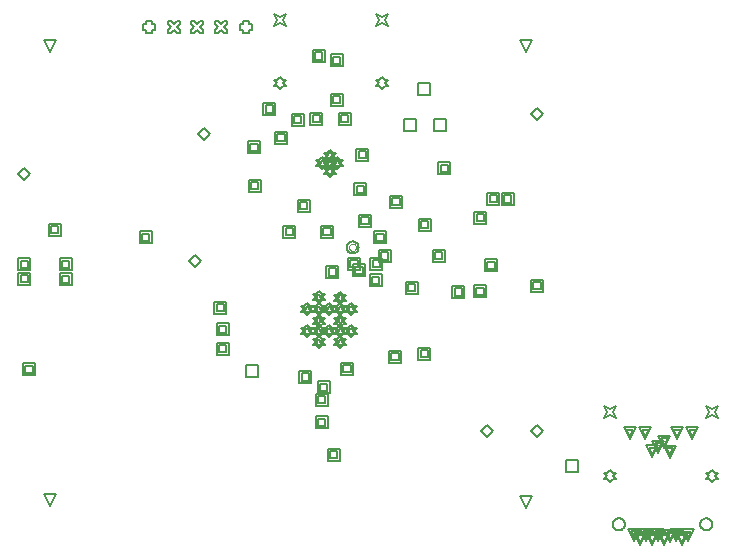
<source format=gbr>
%FSTAX23Y23*%
%MOIN*%
%SFA1B1*%

%IPPOS*%
%ADD74C,0.005000*%
%ADD138C,0.006667*%
%ADD139C,0.004000*%
%LNpcb_power_measurement_drawing_1-1*%
%LPD*%
G54D74*
X03642Y0311D02*
Y0315D01*
X03682*
Y0311*
X03642*
X03742D02*
Y0315D01*
X03782*
Y0311*
X03742*
X0369Y0323D02*
Y0327D01*
X0373*
Y0323*
X0369*
X02461Y0186D02*
X02441Y019D01*
X02481*
X02461Y0186*
X04049Y01855D02*
X04029Y01895D01*
X04069*
X04049Y01855*
Y03373D02*
X04029Y03413D01*
X04069*
X04049Y03373*
X02461D02*
X02441Y03413D01*
X02481*
X02461Y03373*
X04328Y01942D02*
X04338Y01952D01*
X04348*
X04338Y01962*
X04348Y01972*
X04338*
X04328Y01982*
X04318Y01972*
X04308*
X04318Y01962*
X04308Y01952*
X04318*
X04328Y01942*
X04669D02*
X04679Y01952D01*
X04689*
X04679Y01962*
X04689Y01972*
X04679*
X04669Y01982*
X04659Y01972*
X04649*
X04659Y01962*
X04649Y01952*
X04659*
X04669Y01942*
X04309Y02153D02*
X04319Y02173D01*
X04309Y02193*
X04329Y02183*
X04349Y02193*
X04339Y02173*
X04349Y02153*
X04329Y02163*
X04309Y02153*
X04649D02*
X04659Y02173D01*
X04649Y02193*
X04669Y02183*
X04689Y02193*
X04679Y02173*
X04689Y02153*
X04669Y02163*
X04649Y02153*
X02781Y03449D02*
Y03439D01*
X02801*
Y03449*
X02811*
Y03469*
X02801*
Y03479*
X02781*
Y03469*
X02771*
Y03449*
X02781*
X03104D02*
Y03439D01*
X03124*
Y03449*
X03134*
Y03469*
X03124*
Y03479*
X03104*
Y03469*
X03094*
Y03449*
X03104*
X03011Y03439D02*
X03021D01*
X03031Y03449*
X03041Y03439*
X03051*
Y03449*
X03041Y03459*
X03051Y03469*
Y03479*
X03041*
X03031Y03469*
X03021Y03479*
X03011*
Y03469*
X03021Y03459*
X03011Y03449*
Y03439*
X02854D02*
X02864D01*
X02874Y03449*
X02884Y03439*
X02894*
Y03449*
X02884Y03459*
X02894Y03469*
Y03479*
X02884*
X02874Y03469*
X02864Y03479*
X02854*
Y03469*
X02864Y03459*
X02854Y03449*
Y03439*
X02932D02*
X02942D01*
X02952Y03449*
X02962Y03439*
X02972*
Y03449*
X02962Y03459*
X02972Y03469*
Y03479*
X02962*
X02952Y03469*
X02942Y03479*
X02932*
Y03469*
X02942Y03459*
X02932Y03449*
Y03439*
X02955Y031D02*
X02975Y0312D01*
X02995Y031*
X02975Y0308*
X02955Y031*
X03548Y03462D02*
X03558Y03482D01*
X03548Y03502*
X03568Y03492*
X03588Y03502*
X03578Y03482*
X03588Y03462*
X03568Y03472*
X03548Y03462*
X03208D02*
X03218Y03482D01*
X03208Y03502*
X03228Y03492*
X03248Y03502*
X03238Y03482*
X03248Y03462*
X03228Y03472*
X03208Y03462*
X03567Y03252D02*
X03577Y03262D01*
X03587*
X03577Y03272*
X03587Y03282*
X03577*
X03567Y03292*
X03557Y03282*
X03547*
X03557Y03272*
X03547Y03262*
X03557*
X03567Y03252*
X03227D02*
X03237Y03262D01*
X03247*
X03237Y03272*
X03247Y03282*
X03237*
X03227Y03292*
X03217Y03282*
X03207*
X03217Y03272*
X03207Y03262*
X03217*
X03227Y03252*
X03898Y02111D02*
X03918Y02131D01*
X03938Y02111*
X03918Y02091*
X03898Y02111*
X02925Y02677D02*
X02945Y02697D01*
X02965Y02677*
X02945Y02657*
X02925Y02677*
X02356Y02969D02*
X02376Y02989D01*
X02396Y02969*
X02376Y02949*
X02356Y02969*
X04065Y02111D02*
X04085Y02131D01*
X04105Y02111*
X04085Y02091*
X04065Y02111*
Y03169D02*
X04085Y03189D01*
X04105Y03169*
X04085Y03149*
X04065Y03169*
X03595Y02855D02*
Y02895D01*
X03635*
Y02855*
X03595*
X03603Y02863D02*
Y02887D01*
X03627*
Y02863*
X03603*
X03542Y02736D02*
Y02776D01*
X03582*
Y02736*
X03542*
X0355Y02744D02*
Y02768D01*
X03574*
Y02744*
X0355*
X03557Y02674D02*
Y02714D01*
X03597*
Y02674*
X03557*
X03565Y02682D02*
Y02706D01*
X03589*
Y02682*
X03565*
X03648Y02569D02*
Y02609D01*
X03688*
Y02569*
X03648*
X03656Y02577D02*
Y02601D01*
X0368*
Y02577*
X03656*
X03529Y02649D02*
Y02689D01*
X03569*
Y02649*
X03529*
X03537Y02657D02*
Y02681D01*
X03561*
Y02657*
X03537*
X03455Y02648D02*
Y02688D01*
X03495*
Y02648*
X03455*
X03463Y02656D02*
Y0268D01*
X03487*
Y02656*
X03463*
X03756Y02967D02*
Y03007D01*
X03796*
Y02967*
X03756*
X03764Y02975D02*
Y02999D01*
X03788*
Y02975*
X03764*
X03212Y03069D02*
Y03109D01*
X03252*
Y03069*
X03212*
X0322Y03077D02*
Y03101D01*
X03244*
Y03077*
X0322*
X02494Y02597D02*
Y02637D01*
X02534*
Y02597*
X02494*
X02502Y02605D02*
Y02629D01*
X02526*
Y02605*
X02502*
X02494Y02647D02*
Y02687D01*
X02534*
Y02647*
X02494*
X02502Y02655D02*
Y02679D01*
X02526*
Y02655*
X02502*
X02356Y02599D02*
Y02639D01*
X02396*
Y02599*
X02356*
X02364Y02607D02*
Y02631D01*
X02388*
Y02607*
X02364*
X02356Y02647D02*
Y02687D01*
X02396*
Y02647*
X02356*
X02364Y02655D02*
Y02679D01*
X02388*
Y02655*
X02364*
X02457Y02762D02*
Y02802D01*
X02497*
Y02762*
X02457*
X02465Y0277D02*
Y02794D01*
X02489*
Y0277*
X02465*
X02372Y02296D02*
Y02336D01*
X02412*
Y02296*
X02372*
X0238Y02304D02*
Y02328D01*
X02404*
Y02304*
X0238*
X03483Y03012D02*
Y03052D01*
X03523*
Y03012*
X03483*
X03491Y0302D02*
Y03044D01*
X03515*
Y0302*
X03491*
X03383Y02621D02*
Y02661D01*
X03423*
Y02621*
X03383*
X03391Y02629D02*
Y02653D01*
X03415*
Y02629*
X03391*
X03472Y02627D02*
Y02667D01*
X03512*
Y02627*
X03472*
X0348Y02635D02*
Y02659D01*
X03504*
Y02635*
X0348*
X03528Y02593D02*
Y02633D01*
X03568*
Y02593*
X03528*
X03536Y02601D02*
Y02625D01*
X0356*
Y02601*
X03536*
X03691Y02778D02*
Y02818D01*
X03731*
Y02778*
X03691*
X03699Y02786D02*
Y0281D01*
X03723*
Y02786*
X03699*
X04065Y02575D02*
Y02615D01*
X04105*
Y02575*
X04065*
X04073Y02583D02*
Y02607D01*
X04097*
Y02583*
X04073*
X03967Y02864D02*
Y02904D01*
X04007*
Y02864*
X03967*
X03975Y02872D02*
Y02896D01*
X03999*
Y02872*
X03975*
X03919Y02865D02*
Y02905D01*
X03959*
Y02865*
X03919*
X03927Y02873D02*
Y02897D01*
X03951*
Y02873*
X03927*
X03738Y02675D02*
Y02715D01*
X03778*
Y02675*
X03738*
X03746Y02683D02*
Y02707D01*
X0377*
Y02683*
X03746*
X03492Y02792D02*
Y02832D01*
X03532*
Y02792*
X03492*
X035Y028D02*
Y02824D01*
X03524*
Y028*
X035*
X03912Y02643D02*
Y02683D01*
X03952*
Y02643*
X03912*
X0392Y02651D02*
Y02675D01*
X03944*
Y02651*
X0392*
X03875Y02557D02*
Y02597D01*
X03915*
Y02557*
X03875*
X03883Y02565D02*
Y02589D01*
X03907*
Y02565*
X03883*
X03803Y02554D02*
Y02594D01*
X03843*
Y02554*
X03803*
X03811Y02562D02*
Y02586D01*
X03835*
Y02562*
X03811*
X03876Y02802D02*
Y02842D01*
X03916*
Y02802*
X03876*
X03884Y0281D02*
Y02834D01*
X03908*
Y0281*
X03884*
X04394Y02083D02*
X04374Y02123D01*
X04414*
X04394Y02083*
Y02091D02*
X04382Y02115D01*
X04406*
X04394Y02091*
X04183Y01975D02*
Y02015D01*
X04223*
Y01975*
X04183*
X04568Y01731D02*
X04548Y01771D01*
X04588*
X04568Y01731*
Y01739D02*
X04556Y01763D01*
X0458*
X04568Y01739*
X0447Y01731D02*
X0445Y01771D01*
X0449*
X0447Y01731*
Y01739D02*
X04458Y01763D01*
X04482*
X0447Y01739*
X04489Y01745D02*
X04469Y01785D01*
X04509*
X04489Y01745*
Y01753D02*
X04477Y01777D01*
X04501*
X04489Y01753*
X0441Y01745D02*
X0439Y01785D01*
X0443*
X0441Y01745*
Y01753D02*
X04398Y01777D01*
X04422*
X0441Y01753*
X0443Y01731D02*
X0441Y01771D01*
X0445*
X0443Y01731*
Y01739D02*
X04418Y01763D01*
X04442*
X0443Y01739*
X04529Y01741D02*
X04509Y01781D01*
X04549*
X04529Y01741*
Y01749D02*
X04517Y01773D01*
X04541*
X04529Y01749*
X04549Y01745D02*
X04529Y01785D01*
X04569*
X04549Y01745*
Y01753D02*
X04537Y01777D01*
X04561*
X04549Y01753*
X0445Y01745D02*
X0443Y01785D01*
X0447*
X0445Y01745*
Y01753D02*
X04438Y01777D01*
X04462*
X0445Y01753*
X04509Y01731D02*
X04489Y01771D01*
X04529*
X04509Y01731*
Y01739D02*
X04497Y01763D01*
X04521*
X04509Y01739*
X04528Y02022D02*
X04508Y02062D01*
X04548*
X04528Y02022*
Y0203D02*
X04516Y02054D01*
X0454*
X04528Y0203*
X04588Y01743D02*
X04568Y01783D01*
X04608*
X04588Y01743*
Y01751D02*
X04576Y01775D01*
X046*
X04588Y01751*
X04469Y02023D02*
X04449Y02063D01*
X04489*
X04469Y02023*
Y02031D02*
X04457Y02055D01*
X04481*
X04469Y02031*
X03387Y02012D02*
Y02052D01*
X03427*
Y02012*
X03387*
X03395Y0202D02*
Y02044D01*
X03419*
Y0202*
X03395*
X03354Y02237D02*
Y02277D01*
X03394*
Y02237*
X03354*
X03362Y02245D02*
Y02269D01*
X03386*
Y02245*
X03362*
X04489Y02038D02*
X04469Y02078D01*
X04509*
X04489Y02038*
Y02046D02*
X04477Y0207D01*
X04501*
X04489Y02046*
X04603Y02083D02*
X04583Y02123D01*
X04623*
X04603Y02083*
Y02091D02*
X04591Y02115D01*
X04615*
X04603Y02091*
X04509Y02054D02*
X04489Y02094D01*
X04529*
X04509Y02054*
Y02062D02*
X04497Y02086D01*
X04521*
X04509Y02062*
X04446Y02083D02*
X04426Y02123D01*
X04466*
X04446Y02083*
Y02091D02*
X04434Y02115D01*
X04458*
X04446Y02091*
X04552Y02083D02*
X04532Y02123D01*
X04572*
X04552Y02083*
Y02091D02*
X0454Y02115D01*
X04564*
X04552Y02091*
X03357Y02496D02*
X03367Y02506D01*
X03377*
X03367Y02516*
X03377Y02526*
X03367*
X03357Y02536*
X03347Y02526*
X03337*
X03347Y02516*
X03337Y02506*
X03347*
X03357Y02496*
Y02504D02*
X03363Y0251D01*
X03369*
X03363Y02516*
X03369Y02522*
X03363*
X03357Y02528*
X03351Y02522*
X03345*
X03351Y02516*
X03345Y0251*
X03351*
X03357Y02504*
X0343Y02496D02*
X0344Y02506D01*
X0345*
X0344Y02516*
X0345Y02526*
X0344*
X0343Y02536*
X0342Y02526*
X0341*
X0342Y02516*
X0341Y02506*
X0342*
X0343Y02496*
Y02504D02*
X03436Y0251D01*
X03442*
X03436Y02516*
X03442Y02522*
X03436*
X0343Y02528*
X03424Y02522*
X03418*
X03424Y02516*
X03418Y0251*
X03424*
X0343Y02504*
X0332Y02496D02*
X0333Y02506D01*
X0334*
X0333Y02516*
X0334Y02526*
X0333*
X0332Y02536*
X0331Y02526*
X033*
X0331Y02516*
X033Y02506*
X0331*
X0332Y02496*
Y02504D02*
X03326Y0251D01*
X03332*
X03326Y02516*
X03332Y02522*
X03326*
X0332Y02528*
X03314Y02522*
X03308*
X03314Y02516*
X03308Y0251*
X03314*
X0332Y02504*
X03319Y02423D02*
X03329Y02433D01*
X03339*
X03329Y02443*
X03339Y02453*
X03329*
X03319Y02463*
X03309Y02453*
X03299*
X03309Y02443*
X03299Y02433*
X03309*
X03319Y02423*
Y02431D02*
X03325Y02437D01*
X03331*
X03325Y02443*
X03331Y02449*
X03325*
X03319Y02455*
X03313Y02449*
X03307*
X03313Y02443*
X03307Y02437*
X03313*
X03319Y02431*
X03357Y02423D02*
X03367Y02433D01*
X03377*
X03367Y02443*
X03377Y02453*
X03367*
X03357Y02463*
X03347Y02453*
X03337*
X03347Y02443*
X03337Y02433*
X03347*
X03357Y02423*
Y02431D02*
X03363Y02437D01*
X03369*
X03363Y02443*
X03369Y02449*
X03363*
X03357Y02455*
X03351Y02449*
X03345*
X03351Y02443*
X03345Y02437*
X03351*
X03357Y02431*
X0343Y02423D02*
X0344Y02433D01*
X0345*
X0344Y02443*
X0345Y02453*
X0344*
X0343Y02463*
X0342Y02453*
X0341*
X0342Y02443*
X0341Y02433*
X0342*
X0343Y02423*
Y02431D02*
X03436Y02437D01*
X03442*
X03436Y02443*
X03442Y02449*
X03436*
X0343Y02455*
X03424Y02449*
X03418*
X03424Y02443*
X03418Y02437*
X03424*
X0343Y02431*
X03392Y02423D02*
X03402Y02433D01*
X03412*
X03402Y02443*
X03412Y02453*
X03402*
X03392Y02463*
X03382Y02453*
X03372*
X03382Y02443*
X03372Y02433*
X03382*
X03392Y02423*
Y02431D02*
X03398Y02437D01*
X03404*
X03398Y02443*
X03404Y02449*
X03398*
X03392Y02455*
X03386Y02449*
X0338*
X03386Y02443*
X0338Y02437*
X03386*
X03392Y02431*
X03466Y02423D02*
X03476Y02433D01*
X03486*
X03476Y02443*
X03486Y02453*
X03476*
X03466Y02463*
X03456Y02453*
X03446*
X03456Y02443*
X03446Y02433*
X03456*
X03466Y02423*
Y02431D02*
X03472Y02437D01*
X03478*
X03472Y02443*
X03478Y02449*
X03472*
X03466Y02455*
X0346Y02449*
X03454*
X0346Y02443*
X03454Y02437*
X0346*
X03466Y02431*
X0343Y02386D02*
X0344Y02396D01*
X0345*
X0344Y02406*
X0345Y02416*
X0344*
X0343Y02426*
X0342Y02416*
X0341*
X0342Y02406*
X0341Y02396*
X0342*
X0343Y02386*
Y02394D02*
X03436Y024D01*
X03442*
X03436Y02406*
X03442Y02412*
X03436*
X0343Y02418*
X03424Y02412*
X03418*
X03424Y02406*
X03418Y024*
X03424*
X0343Y02394*
Y02459D02*
X0344Y02469D01*
X0345*
X0344Y02479*
X0345Y02489*
X0344*
X0343Y02499*
X0342Y02489*
X0341*
X0342Y02479*
X0341Y02469*
X0342*
X0343Y02459*
Y02467D02*
X03436Y02473D01*
X03442*
X03436Y02479*
X03442Y02485*
X03436*
X0343Y02491*
X03424Y02485*
X03418*
X03424Y02479*
X03418Y02473*
X03424*
X0343Y02467*
X03357Y02536D02*
X03367Y02546D01*
X03377*
X03367Y02556*
X03377Y02566*
X03367*
X03357Y02576*
X03347Y02566*
X03337*
X03347Y02556*
X03337Y02546*
X03347*
X03357Y02536*
Y02544D02*
X03363Y0255D01*
X03369*
X03363Y02556*
X03369Y02562*
X03363*
X03357Y02568*
X03351Y02562*
X03345*
X03351Y02556*
X03345Y0255*
X03351*
X03357Y02544*
X0343Y02535D02*
X0344Y02545D01*
X0345*
X0344Y02555*
X0345Y02565*
X0344*
X0343Y02575*
X0342Y02565*
X0341*
X0342Y02555*
X0341Y02545*
X0342*
X0343Y02535*
Y02543D02*
X03436Y02549D01*
X03442*
X03436Y02555*
X03442Y02561*
X03436*
X0343Y02567*
X03424Y02561*
X03418*
X03424Y02555*
X03418Y02549*
X03424*
X0343Y02543*
X03466Y02496D02*
X03476Y02506D01*
X03486*
X03476Y02516*
X03486Y02526*
X03476*
X03466Y02536*
X03456Y02526*
X03446*
X03456Y02516*
X03446Y02506*
X03456*
X03466Y02496*
Y02504D02*
X03472Y0251D01*
X03478*
X03472Y02516*
X03478Y02522*
X03472*
X03466Y02528*
X0346Y02522*
X03454*
X0346Y02516*
X03454Y0251*
X0346*
X03466Y02504*
X03393Y02496D02*
X03403Y02506D01*
X03413*
X03403Y02516*
X03413Y02526*
X03403*
X03393Y02536*
X03383Y02526*
X03373*
X03383Y02516*
X03373Y02506*
X03383*
X03393Y02496*
Y02504D02*
X03399Y0251D01*
X03405*
X03399Y02516*
X03405Y02522*
X03399*
X03393Y02528*
X03387Y02522*
X03381*
X03387Y02516*
X03381Y0251*
X03387*
X03393Y02504*
X03357Y02459D02*
X03367Y02469D01*
X03377*
X03367Y02479*
X03377Y02489*
X03367*
X03357Y02499*
X03347Y02489*
X03337*
X03347Y02479*
X03337Y02469*
X03347*
X03357Y02459*
Y02467D02*
X03363Y02473D01*
X03369*
X03363Y02479*
X03369Y02485*
X03363*
X03357Y02491*
X03351Y02485*
X03345*
X03351Y02479*
X03345Y02473*
X03351*
X03357Y02467*
Y02386D02*
X03367Y02396D01*
X03377*
X03367Y02406*
X03377Y02416*
X03367*
X03357Y02426*
X03347Y02416*
X03337*
X03347Y02406*
X03337Y02396*
X03347*
X03357Y02386*
Y02394D02*
X03363Y024D01*
X03369*
X03363Y02406*
X03369Y02412*
X03363*
X03357Y02418*
X03351Y02412*
X03345*
X03351Y02406*
X03345Y024*
X03351*
X03357Y02394*
X0337Y02983D02*
X0338Y02993D01*
X0339*
X0338Y03003*
X0339Y03013*
X0338*
X0337Y03023*
X0336Y03013*
X0335*
X0336Y03003*
X0335Y02993*
X0336*
X0337Y02983*
Y02991D02*
X03376Y02997D01*
X03382*
X03376Y03003*
X03382Y03009*
X03376*
X0337Y03015*
X03364Y03009*
X03358*
X03364Y03003*
X03358Y02997*
X03364*
X0337Y02991*
X03395Y02958D02*
X03405Y02968D01*
X03415*
X03405Y02978*
X03415Y02988*
X03405*
X03395Y02998*
X03385Y02988*
X03375*
X03385Y02978*
X03375Y02968*
X03385*
X03395Y02958*
Y02966D02*
X03401Y02972D01*
X03407*
X03401Y02978*
X03407Y02984*
X03401*
X03395Y0299*
X03389Y02984*
X03383*
X03389Y02978*
X03383Y02972*
X03389*
X03395Y02966*
Y03008D02*
X03405Y03018D01*
X03415*
X03405Y03028*
X03415Y03038*
X03405*
X03395Y03048*
X03385Y03038*
X03375*
X03385Y03028*
X03375Y03018*
X03385*
X03395Y03008*
Y03016D02*
X03401Y03022D01*
X03407*
X03401Y03028*
X03407Y03034*
X03401*
X03395Y0304*
X03389Y03034*
X03383*
X03389Y03028*
X03383Y03022*
X03389*
X03395Y03016*
X0342Y02983D02*
X0343Y02993D01*
X0344*
X0343Y03003*
X0344Y03013*
X0343*
X0342Y03023*
X0341Y03013*
X034*
X0341Y03003*
X034Y02993*
X0341*
X0342Y02983*
Y02991D02*
X03426Y02997D01*
X03432*
X03426Y03003*
X03432Y03009*
X03426*
X0342Y03015*
X03414Y03009*
X03408*
X03414Y03003*
X03408Y02997*
X03414*
X0342Y02991*
X03395Y02983D02*
X03405Y02993D01*
X03415*
X03405Y03003*
X03415Y03013*
X03405*
X03395Y03023*
X03385Y03013*
X03375*
X03385Y03003*
X03375Y02993*
X03385*
X03395Y02983*
Y02991D02*
X03401Y02997D01*
X03407*
X03401Y03003*
X03407Y03009*
X03401*
X03395Y03015*
X03389Y03009*
X03383*
X03389Y03003*
X03383Y02997*
X03389*
X03395Y02991*
X03689Y02348D02*
Y02388D01*
X03729*
Y02348*
X03689*
X03697Y02356D02*
Y0238D01*
X03721*
Y02356*
X03697*
X03432Y02299D02*
Y02339D01*
X03472*
Y02299*
X03432*
X0344Y02307D02*
Y02331D01*
X03464*
Y02307*
X0344*
X03115Y02291D02*
Y02331D01*
X03155*
Y02291*
X03115*
X03017Y02365D02*
Y02405D01*
X03057*
Y02365*
X03017*
X03025Y02373D02*
Y02397D01*
X03049*
Y02373*
X03025*
X03017Y0243D02*
Y0247D01*
X03057*
Y0243*
X03017*
X03025Y02438D02*
Y02462D01*
X03049*
Y02438*
X03025*
X0301Y02502D02*
Y02542D01*
X0305*
Y02502*
X0301*
X03018Y0251D02*
Y02534D01*
X03042*
Y0251*
X03018*
X03337Y03341D02*
Y03381D01*
X03377*
Y03341*
X03337*
X03345Y03349D02*
Y03373D01*
X03369*
Y03349*
X03345*
X03293Y02271D02*
Y02311D01*
X03333*
Y02271*
X03293*
X03301Y02279D02*
Y02303D01*
X03325*
Y02279*
X03301*
X03267Y03128D02*
Y03168D01*
X03307*
Y03128*
X03267*
X03275Y03136D02*
Y0316D01*
X03299*
Y03136*
X03275*
X03397Y03195D02*
Y03235D01*
X03437*
Y03195*
X03397*
X03405Y03203D02*
Y03227D01*
X03429*
Y03203*
X03405*
X03424Y03132D02*
Y03172D01*
X03464*
Y03132*
X03424*
X03432Y0314D02*
Y03164D01*
X03456*
Y0314*
X03432*
X0333Y03132D02*
Y03172D01*
X0337*
Y03132*
X0333*
X03338Y0314D02*
Y03164D01*
X03362*
Y0314*
X03338*
X02761Y02737D02*
Y02777D01*
X02801*
Y02737*
X02761*
X02769Y02745D02*
Y02769D01*
X02793*
Y02745*
X02769*
X03124Y02908D02*
Y02948D01*
X03164*
Y02908*
X03124*
X03132Y02916D02*
Y0294D01*
X03156*
Y02916*
X03132*
X03122Y03037D02*
Y03077D01*
X03162*
Y03037*
X03122*
X0313Y03045D02*
Y03069D01*
X03154*
Y03045*
X0313*
X03173Y03164D02*
Y03204D01*
X03213*
Y03164*
X03173*
X03181Y03172D02*
Y03196D01*
X03205*
Y03172*
X03181*
X03287Y02842D02*
Y02882D01*
X03327*
Y02842*
X03287*
X03295Y0285D02*
Y02874D01*
X03319*
Y0285*
X03295*
X03365Y02755D02*
Y02795D01*
X03405*
Y02755*
X03365*
X03373Y02763D02*
Y02787D01*
X03397*
Y02763*
X03373*
X03239Y02755D02*
Y02795D01*
X03279*
Y02755*
X03239*
X03247Y02763D02*
Y02787D01*
X03271*
Y02763*
X03247*
X03476Y02897D02*
Y02937D01*
X03516*
Y02897*
X03476*
X03484Y02905D02*
Y02929D01*
X03508*
Y02905*
X03484*
X03348Y0212D02*
Y0216D01*
X03388*
Y0212*
X03348*
X03356Y02128D02*
Y02152D01*
X0338*
Y02128*
X03356*
X03348Y02195D02*
Y02235D01*
X03388*
Y02195*
X03348*
X03356Y02203D02*
Y02227D01*
X0338*
Y02203*
X03356*
X03592Y02338D02*
Y02378D01*
X03632*
Y02338*
X03592*
X036Y02346D02*
Y0237D01*
X03624*
Y02346*
X036*
X03397Y03326D02*
Y03366D01*
X03437*
Y03326*
X03397*
X03405Y03334D02*
Y03358D01*
X03429*
Y03334*
X03405*
G54D138*
X04669Y018D02*
D01*
X04669Y01802*
X04669Y01803*
X04669Y01805*
X04669Y01806*
X04668Y01807*
X04668Y01809*
X04667Y0181*
X04666Y01811*
X04666Y01812*
X04665Y01813*
X04664Y01814*
X04663Y01815*
X04662Y01816*
X04661Y01817*
X04659Y01818*
X04658Y01818*
X04657Y01819*
X04656Y01819*
X04654Y0182*
X04653Y0182*
X04651Y0182*
X0465Y0182*
X04649*
X04647Y0182*
X04646Y0182*
X04644Y0182*
X04643Y01819*
X04642Y01819*
X04641Y01818*
X04639Y01818*
X04638Y01817*
X04637Y01816*
X04636Y01815*
X04635Y01814*
X04634Y01813*
X04633Y01812*
X04632Y01811*
X04632Y0181*
X04631Y01809*
X04631Y01807*
X0463Y01806*
X0463Y01805*
X0463Y01803*
X04629Y01802*
X04629Y018*
X04629Y01799*
X0463Y01798*
X0463Y01796*
X0463Y01795*
X04631Y01794*
X04631Y01792*
X04632Y01791*
X04632Y0179*
X04633Y01789*
X04634Y01788*
X04635Y01787*
X04636Y01786*
X04637Y01785*
X04638Y01784*
X04639Y01783*
X04641Y01782*
X04642Y01782*
X04643Y01781*
X04644Y01781*
X04646Y01781*
X04647Y01781*
X04649Y0178*
X0465*
X04651Y01781*
X04653Y01781*
X04654Y01781*
X04656Y01781*
X04657Y01782*
X04658Y01782*
X04659Y01783*
X04661Y01784*
X04662Y01785*
X04663Y01786*
X04664Y01787*
X04665Y01788*
X04666Y01789*
X04666Y0179*
X04667Y01791*
X04668Y01792*
X04668Y01794*
X04669Y01795*
X04669Y01796*
X04669Y01798*
X04669Y01799*
X04669Y018*
X04378D02*
D01*
X04378Y01802*
X04378Y01803*
X04378Y01805*
X04377Y01806*
X04377Y01807*
X04376Y01809*
X04376Y0181*
X04375Y01811*
X04374Y01812*
X04373Y01813*
X04372Y01814*
X04371Y01815*
X0437Y01816*
X04369Y01817*
X04368Y01818*
X04367Y01818*
X04365Y01819*
X04364Y01819*
X04363Y0182*
X04361Y0182*
X0436Y0182*
X04359Y0182*
X04357*
X04356Y0182*
X04355Y0182*
X04353Y0182*
X04352Y01819*
X04351Y01819*
X04349Y01818*
X04348Y01818*
X04347Y01817*
X04346Y01816*
X04345Y01815*
X04344Y01814*
X04343Y01813*
X04342Y01812*
X04341Y01811*
X0434Y0181*
X0434Y01809*
X04339Y01807*
X04339Y01806*
X04338Y01805*
X04338Y01803*
X04338Y01802*
X04338Y018*
X04338Y01799*
X04338Y01798*
X04338Y01796*
X04339Y01795*
X04339Y01794*
X0434Y01792*
X0434Y01791*
X04341Y0179*
X04342Y01789*
X04343Y01788*
X04344Y01787*
X04345Y01786*
X04346Y01785*
X04347Y01784*
X04348Y01783*
X04349Y01782*
X04351Y01782*
X04352Y01781*
X04353Y01781*
X04355Y01781*
X04356Y01781*
X04357Y0178*
X04359*
X0436Y01781*
X04361Y01781*
X04363Y01781*
X04364Y01781*
X04365Y01782*
X04367Y01782*
X04368Y01783*
X04369Y01784*
X0437Y01785*
X04371Y01786*
X04372Y01787*
X04373Y01788*
X04374Y01789*
X04375Y0179*
X04376Y01791*
X04376Y01792*
X04377Y01794*
X04377Y01795*
X04378Y01796*
X04378Y01798*
X04378Y01799*
X04378Y018*
X03491Y02723D02*
D01*
X0349Y02724*
X0349Y02726*
X0349Y02727*
X0349Y02728*
X03489Y0273*
X03489Y02731*
X03488Y02732*
X03487Y02734*
X03487Y02735*
X03486Y02736*
X03485Y02737*
X03484Y02738*
X03483Y02739*
X03482Y0274*
X03481Y0274*
X03479Y02741*
X03478Y02741*
X03477Y02742*
X03475Y02742*
X03474Y02743*
X03473Y02743*
X03471Y02743*
X0347*
X03468Y02743*
X03467Y02743*
X03466Y02742*
X03464Y02742*
X03463Y02741*
X03462Y02741*
X03461Y0274*
X03459Y0274*
X03458Y02739*
X03457Y02738*
X03456Y02737*
X03455Y02736*
X03454Y02735*
X03454Y02734*
X03453Y02732*
X03452Y02731*
X03452Y0273*
X03451Y02728*
X03451Y02727*
X03451Y02726*
X03451Y02724*
X03451Y02723*
X03451Y02722*
X03451Y0272*
X03451Y02719*
X03451Y02717*
X03452Y02716*
X03452Y02715*
X03453Y02714*
X03454Y02712*
X03454Y02711*
X03455Y0271*
X03456Y02709*
X03457Y02708*
X03458Y02707*
X03459Y02706*
X03461Y02706*
X03462Y02705*
X03463Y02704*
X03464Y02704*
X03466Y02704*
X03467Y02703*
X03468Y02703*
X0347Y02703*
X03471*
X03473Y02703*
X03474Y02703*
X03475Y02704*
X03477Y02704*
X03478Y02704*
X03479Y02705*
X03481Y02706*
X03482Y02706*
X03483Y02707*
X03484Y02708*
X03485Y02709*
X03486Y0271*
X03487Y02711*
X03487Y02712*
X03488Y02714*
X03489Y02715*
X03489Y02716*
X0349Y02717*
X0349Y02719*
X0349Y0272*
X0349Y02722*
X03491Y02723*
G54D139*
X03483Y02723D02*
D01*
X03482Y02724*
X03482Y02725*
X03482Y02725*
X03482Y02726*
X03482Y02727*
X03481Y02728*
X03481Y02729*
X03481Y02729*
X0348Y0273*
X0348Y02731*
X03479Y02731*
X03479Y02732*
X03478Y02732*
X03477Y02733*
X03477Y02733*
X03476Y02734*
X03475Y02734*
X03474Y02734*
X03473Y02735*
X03473Y02735*
X03472Y02735*
X03471Y02735*
X0347*
X03469Y02735*
X03468Y02735*
X03468Y02735*
X03467Y02734*
X03466Y02734*
X03465Y02734*
X03465Y02733*
X03464Y02733*
X03463Y02732*
X03462Y02732*
X03462Y02731*
X03461Y02731*
X03461Y0273*
X0346Y02729*
X0346Y02729*
X0346Y02728*
X03459Y02727*
X03459Y02726*
X03459Y02725*
X03459Y02725*
X03459Y02724*
X03459Y02723*
X03459Y02722*
X03459Y02721*
X03459Y0272*
X03459Y0272*
X03459Y02719*
X0346Y02718*
X0346Y02717*
X0346Y02717*
X03461Y02716*
X03461Y02715*
X03462Y02715*
X03462Y02714*
X03463Y02713*
X03464Y02713*
X03465Y02713*
X03465Y02712*
X03466Y02712*
X03467Y02712*
X03468Y02711*
X03468Y02711*
X03469Y02711*
X0347Y02711*
X03471*
X03472Y02711*
X03473Y02711*
X03473Y02711*
X03474Y02712*
X03475Y02712*
X03476Y02712*
X03477Y02713*
X03477Y02713*
X03478Y02713*
X03479Y02714*
X03479Y02715*
X0348Y02715*
X0348Y02716*
X03481Y02717*
X03481Y02717*
X03481Y02718*
X03482Y02719*
X03482Y0272*
X03482Y0272*
X03482Y02721*
X03482Y02722*
X03483Y02723*
M02*
</source>
